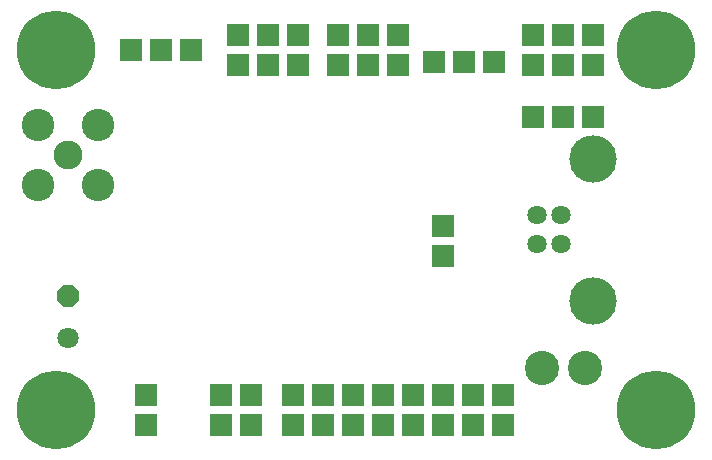
<source format=gbr>
G75*
%MOIN*%
%OFA0B0*%
%FSLAX24Y24*%
%IPPOS*%
%LPD*%
%AMOC8*
5,1,8,0,0,1.08239X$1,22.5*
%
%ADD10C,0.0642*%
%ADD11C,0.1580*%
%ADD12R,0.0730X0.0730*%
%ADD13C,0.1143*%
%ADD14C,0.1084*%
%ADD15C,0.0966*%
%ADD16C,0.2620*%
%ADD17OC8,0.0710*%
%ADD18C,0.0710*%
D10*
X018030Y007513D03*
X018817Y007513D03*
X018817Y008497D03*
X018030Y008497D03*
D11*
X019880Y010367D03*
X019880Y005643D03*
D12*
X016880Y002505D03*
X015880Y002505D03*
X014880Y002505D03*
X013880Y002505D03*
X012880Y002505D03*
X011880Y002505D03*
X010880Y002505D03*
X009880Y002505D03*
X009880Y001505D03*
X010880Y001505D03*
X011880Y001505D03*
X012880Y001505D03*
X013880Y001505D03*
X014880Y001505D03*
X015880Y001505D03*
X016880Y001505D03*
X014880Y007130D03*
X014880Y008130D03*
X017880Y011755D03*
X018880Y011755D03*
X019880Y011755D03*
X019880Y013505D03*
X018880Y013505D03*
X017880Y013505D03*
X016605Y013605D03*
X015605Y013605D03*
X014605Y013605D03*
X013405Y013505D03*
X012405Y013505D03*
X011405Y013505D03*
X011405Y014505D03*
X012405Y014505D03*
X013405Y014505D03*
X010055Y014505D03*
X009055Y014505D03*
X008055Y014505D03*
X008055Y013505D03*
X009055Y013505D03*
X010055Y013505D03*
X006505Y014005D03*
X005505Y014005D03*
X004505Y014005D03*
X017880Y014505D03*
X018880Y014505D03*
X019880Y014505D03*
X008505Y002505D03*
X007505Y002505D03*
X007505Y001505D03*
X008505Y001505D03*
X005005Y001505D03*
X005005Y002505D03*
D13*
X018205Y003380D03*
X019630Y003380D03*
D14*
X003380Y009505D03*
X001380Y009505D03*
X001380Y011505D03*
X003380Y011505D03*
D15*
X002380Y010505D03*
D16*
X002005Y002005D03*
X002005Y014005D03*
X022005Y014005D03*
X022005Y002005D03*
D17*
X002405Y005805D03*
D18*
X002405Y004405D03*
M02*

</source>
